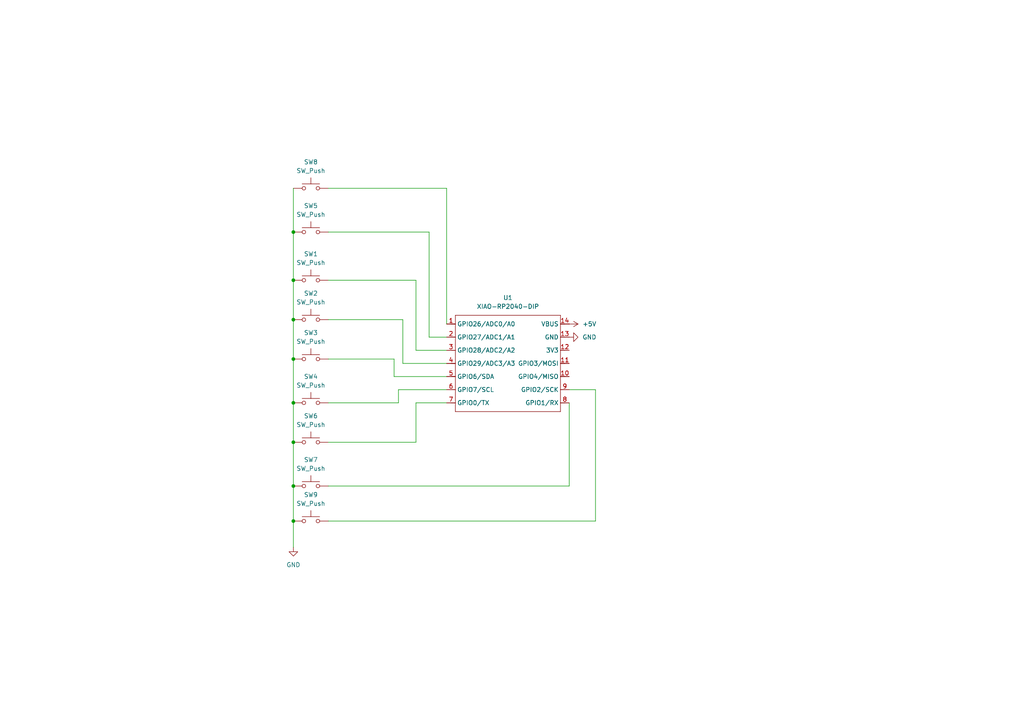
<source format=kicad_sch>
(kicad_sch (version 20250114) (generator "eeschema") (generator_version "9.0")
  (paper "A4")
  (lib_symbols
    (symbol "Seeed_Studio_XIAO_Series:XIAO-RP2040-DIP"
      (property "Reference" "U" (at 0 0 0))
      (property "Value" "XIAO-RP2040-DIP" (at 5.334 -1.778 0))
      (symbol "XIAO-RP2040-DIP_1_0"
        (polyline (pts (xy -1.27 -2.54) (xy 29.21 -2.54)) (stroke (width 0.1524)))
        (polyline (pts (xy -1.27 -5.08) (xy -2.54 -5.08)) (stroke (width 0.1524)))
        (polyline (pts (xy -1.27 -5.08) (xy -1.27 -2.54)) (stroke (width 0.1524)))
        (polyline (pts (xy -1.27 -8.89) (xy -2.54 -8.89)) (stroke (width 0.1524)))
        (polyline (pts (xy -1.27 -8.89) (xy -1.27 -5.08)) (stroke (width 0.1524)))
        (polyline (pts (xy -1.27 -12.7) (xy -2.54 -12.7)) (stroke (width 0.1524)))
        (polyline (pts (xy -1.27 -12.7) (xy -1.27 -8.89)) (stroke (width 0.1524)))
        (polyline (pts (xy -1.27 -16.51) (xy -2.54 -16.51)) (stroke (width 0.1524)))
        (polyline (pts (xy -1.27 -16.51) (xy -1.27 -12.7)) (stroke (width 0.1524)))
        (polyline (pts (xy -1.27 -20.32) (xy -2.54 -20.32)) (stroke (width 0.1524)))
        (polyline (pts (xy -1.27 -24.13) (xy -2.54 -24.13)) (stroke (width 0.1524)))
        (polyline (pts (xy -1.27 -27.94) (xy -2.54 -27.94)) (stroke (width 0.1524)))
        (polyline (pts (xy -1.27 -30.48) (xy -1.27 -16.51)) (stroke (width 0.1524)))
        (polyline (pts (xy 29.21 -2.54) (xy 29.21 -5.08)) (stroke (width 0.1524)))
        (polyline (pts (xy 29.21 -5.08) (xy 29.21 -8.89)) (stroke (width 0.1524)))
        (polyline (pts (xy 29.21 -8.89) (xy 29.21 -12.7)) (stroke (width 0.1524)))
        (polyline (pts (xy 29.21 -12.7) (xy 29.21 -30.48)) (stroke (width 0.1524)))
        (polyline (pts (xy 29.21 -30.48) (xy -1.27 -30.48)) (stroke (width 0.1524)))
        (polyline (pts (xy 30.48 -5.08) (xy 29.21 -5.08)) (stroke (width 0.1524)))
        (polyline (pts (xy 30.48 -8.89) (xy 29.21 -8.89)) (stroke (width 0.1524)))
        (polyline (pts (xy 30.48 -12.7) (xy 29.21 -12.7)) (stroke (width 0.1524)))
        (polyline (pts (xy 30.48 -16.51) (xy 29.21 -16.51)) (stroke (width 0.1524)))
        (polyline (pts (xy 30.48 -20.32) (xy 29.21 -20.32)) (stroke (width 0.1524)))
        (polyline (pts (xy 30.48 -24.13) (xy 29.21 -24.13)) (stroke (width 0.1524)))
        (polyline (pts (xy 30.48 -27.94) (xy 29.21 -27.94)) (stroke (width 0.1524)))
        (pin passive line (at -3.81 -5.08 0) (length 2.54) (name "GPIO26/ADC0/A0") (number "1"))
        (pin passive line (at -3.81 -8.89 0) (length 2.54) (name "GPIO27/ADC1/A1") (number "2"))
        (pin passive line (at -3.81 -12.7 0) (length 2.54) (name "GPIO28/ADC2/A2") (number "3"))
        (pin passive line (at -3.81 -16.51 0) (length 2.54) (name "GPIO29/ADC3/A3") (number "4"))
        (pin passive line (at -3.81 -20.32 0) (length 2.54) (name "GPIO6/SDA") (number "5"))
        (pin passive line (at -3.81 -24.13 0) (length 2.54) (name "GPIO7/SCL") (number "6"))
        (pin passive line (at -3.81 -27.94 0) (length 2.54) (name "GPIO0/TX") (number "7"))
        (pin passive line (at 31.75 -5.08 180) (length 2.54) (name "VBUS") (number "14"))
        (pin passive line (at 31.75 -8.89 180) (length 2.54) (name "GND") (number "13"))
        (pin passive line (at 31.75 -12.7 180) (length 2.54) (name "3V3") (number "12"))
        (pin passive line (at 31.75 -16.51 180) (length 2.54) (name "GPIO3/MOSI") (number "11"))
        (pin passive line (at 31.75 -20.32 180) (length 2.54) (name "GPIO4/MISO") (number "10"))
        (pin passive line (at 31.75 -24.13 180) (length 2.54) (name "GPIO2/SCK") (number "9"))
        (pin passive line (at 31.75 -27.94 180) (length 2.54) (name "GPIO1/RX") (number "8"))
      )
    )
    (symbol "Switch:SW_Push" (pin_numbers (hide yes)) (pin_names (offset 1.016) (hide yes))
      (property "Reference" "SW" (at 1.27 2.54 0))
      (property "Value" "SW_Push" (at 0 -1.524 0))
      (symbol "SW_Push_0_1"
        (circle (center -2.032 0) (radius 0.508))
        (polyline (pts (xy 0 1.27) (xy 0 3.048)))
        (circle (center 2.032 0) (radius 0.508))
        (polyline (pts (xy 2.54 1.27) (xy -2.54 1.27)))
        (pin passive line (at -5.08 0 0) (length 2.54) (name "1") (number "1"))
        (pin passive line (at 5.08 0 180) (length 2.54) (name "2") (number "2"))
      )
    )
    (symbol "power:+5V" (power) (pin_numbers (hide yes)) (pin_names (offset 0) (hide yes))
      (property "Value" "+5V" (at 0 3.556 0))
      (symbol "+5V_0_1"
        (polyline (pts (xy -0.762 1.27) (xy 0 2.54)))
        (polyline (pts (xy 0 2.54) (xy 0.762 1.27)))
        (polyline (pts (xy 0 0) (xy 0 2.54)))
      )
      (symbol "+5V_1_1"
        (pin power_in line (at 0 0 90) (length 0) (name "~") (number "1"))
      )
    )
    (symbol "power:GND" (power) (pin_numbers (hide yes)) (pin_names (offset 0) (hide yes))
      (property "Value" "GND" (at 0 -3.81 0))
      (symbol "GND_0_1"
        (polyline (pts (xy 0 0) (xy 0 -1.27) (xy 1.27 -1.27) (xy 0 -2.54) (xy -1.27 -1.27) (xy 0 -1.27)))
      )
      (symbol "GND_1_1"
        (pin power_in line (at 0 0 270) (length 0) (name "~") (number "1"))
      )
    )
  )
  (junction (at 85.09 128.27))
  (junction (at 85.09 140.97))
  (junction (at 85.09 104.14))
  (junction (at 85.09 67.31))
  (junction (at 85.09 81.28))
  (junction (at 85.09 92.71))
  (junction (at 85.09 116.84))
  (junction (at 85.09 151.13))
  (wire (pts (xy 115.57 116.84) (xy 115.57 113.03)))
  (wire (pts (xy 85.09 151.13) (xy 85.09 158.75)))
  (wire (pts (xy 172.72 113.03) (xy 165.1 113.03)))
  (wire (pts (xy 95.25 54.61) (xy 129.54 54.61)))
  (wire (pts (xy 85.09 104.14) (xy 85.09 116.84)))
  (wire (pts (xy 172.72 151.13) (xy 172.72 113.03)))
  (wire (pts (xy 116.84 92.71) (xy 116.84 105.41)))
  (wire (pts (xy 85.09 128.27) (xy 85.09 140.97)))
  (wire (pts (xy 95.25 151.13) (xy 172.72 151.13)))
  (wire (pts (xy 85.09 92.71) (xy 85.09 104.14)))
  (wire (pts (xy 120.65 128.27) (xy 120.65 116.84)))
  (wire (pts (xy 116.84 105.41) (xy 129.54 105.41)))
  (wire (pts (xy 95.25 116.84) (xy 115.57 116.84)))
  (wire (pts (xy 95.25 92.71) (xy 116.84 92.71)))
  (wire (pts (xy 95.25 104.14) (xy 114.3 104.14)))
  (wire (pts (xy 85.09 67.31) (xy 85.09 81.28)))
  (wire (pts (xy 85.09 140.97) (xy 85.09 151.13)))
  (wire (pts (xy 85.09 54.61) (xy 85.09 67.31)))
  (wire (pts (xy 124.46 67.31) (xy 124.46 97.79)))
  (wire (pts (xy 114.3 109.22) (xy 129.54 109.22)))
  (wire (pts (xy 85.09 116.84) (xy 85.09 128.27)))
  (wire (pts (xy 165.1 140.97) (xy 165.1 116.84)))
  (wire (pts (xy 120.65 101.6) (xy 129.54 101.6)))
  (wire (pts (xy 124.46 97.79) (xy 129.54 97.79)))
  (wire (pts (xy 120.65 81.28) (xy 120.65 101.6)))
  (wire (pts (xy 114.3 104.14) (xy 114.3 109.22)))
  (wire (pts (xy 95.25 67.31) (xy 124.46 67.31)))
  (wire (pts (xy 115.57 113.03) (xy 129.54 113.03)))
  (wire (pts (xy 85.09 81.28) (xy 85.09 92.71)))
  (wire (pts (xy 95.25 81.28) (xy 120.65 81.28)))
  (wire (pts (xy 95.25 128.27) (xy 120.65 128.27)))
  (wire (pts (xy 129.54 54.61) (xy 129.54 93.98)))
  (wire (pts (xy 95.25 140.97) (xy 165.1 140.97)))
  (wire (pts (xy 120.65 116.84) (xy 129.54 116.84)))
  (symbol (lib_id "Switch:SW_Push") (at 90.17 92.71 0) (unit 1)
    (property "Reference" "SW2" (at 90.17 85.09 0))
    (property "Value" "SW_Push" (at 90.17 87.63 0))
    (property "Footprint" "Button_Switch_Keyboard:SW_Cherry_MX_1.00u_PCB" (effects (hide yes)))
    (property "Description" "Push button switch, generic, two pins" (effects (hide yes)))
  )
  (symbol (lib_id "Switch:SW_Push") (at 90.17 140.97 0) (unit 1)
    (property "Reference" "SW7" (at 90.17 133.35 0))
    (property "Value" "SW_Push" (at 90.17 135.89 0))
    (property "Footprint" "Button_Switch_Keyboard:SW_Cherry_MX_1.00u_PCB" (effects (hide yes)))
    (property "Description" "Push button switch, generic, two pins" (effects (hide yes)))
  )
  (symbol (lib_id "power:+5V") (at 165.1 93.98 270) (unit 1)
    (property "Reference" "#PWR02" (effects (hide yes)))
    (property "Value" "+5V" (at 168.91 93.9799 90) (effects (justify left)))
    (property "Description" "Power symbol creates a global label with name \"+5V\"" (effects (hide yes)))
  )
  (symbol (lib_id "Switch:SW_Push") (at 90.17 67.31 0) (unit 1)
    (property "Reference" "SW5" (at 90.17 59.69 0))
    (property "Value" "SW_Push" (at 90.17 62.23 0))
    (property "Footprint" "Button_Switch_Keyboard:SW_Cherry_MX_1.00u_PCB" (effects (hide yes)))
    (property "Description" "Push button switch, generic, two pins" (effects (hide yes)))
  )
  (symbol (lib_id "power:GND") (at 85.09 158.75 0) (unit 1)
    (property "Reference" "#PWR01" (effects (hide yes)))
    (property "Value" "GND" (at 85.09 163.83 0))
    (property "Description" "Power symbol creates a global label with name \"GND\" , ground" (effects (hide yes)))
  )
  (symbol (lib_id "power:GND") (at 165.1 97.79 90) (unit 1)
    (property "Reference" "#PWR03" (effects (hide yes)))
    (property "Value" "GND" (at 168.91 97.7899 90) (effects (justify right)))
    (property "Description" "Power symbol creates a global label with name \"GND\" , ground" (effects (hide yes)))
  )
  (symbol (lib_id "Switch:SW_Push") (at 90.17 151.13 0) (unit 1)
    (property "Reference" "SW9" (at 90.17 143.51 0))
    (property "Value" "SW_Push" (at 90.17 146.05 0))
    (property "Footprint" "Button_Switch_Keyboard:SW_Cherry_MX_1.00u_PCB" (effects (hide yes)))
    (property "Description" "Push button switch, generic, two pins" (effects (hide yes)))
  )
  (symbol (lib_id "Seeed_Studio_XIAO_Series:XIAO-RP2040-DIP") (at 133.35 88.9 0) (unit 1)
    (property "Reference" "U1" (at 147.32 86.36 0))
    (property "Value" "XIAO-RP2040-DIP" (at 147.32 88.9 0))
    (property "Footprint" "OPL:XIAO-RP2040-DIP" (effects (hide yes)))
  )
  (symbol (lib_id "Switch:SW_Push") (at 90.17 54.61 0) (unit 1)
    (property "Reference" "SW8" (at 90.17 46.99 0))
    (property "Value" "SW_Push" (at 90.17 49.53 0))
    (property "Footprint" "Button_Switch_Keyboard:SW_Cherry_MX_1.00u_PCB" (effects (hide yes)))
    (property "Description" "Push button switch, generic, two pins" (effects (hide yes)))
  )
  (symbol (lib_id "Switch:SW_Push") (at 90.17 128.27 0) (unit 1)
    (property "Reference" "SW6" (at 90.17 120.65 0))
    (property "Value" "SW_Push" (at 90.17 123.19 0))
    (property "Footprint" "Button_Switch_Keyboard:SW_Cherry_MX_1.00u_PCB" (effects (hide yes)))
    (property "Description" "Push button switch, generic, two pins" (effects (hide yes)))
  )
  (symbol (lib_id "Switch:SW_Push") (at 90.17 116.84 0) (unit 1)
    (property "Reference" "SW4" (at 90.17 109.22 0))
    (property "Value" "SW_Push" (at 90.17 111.76 0))
    (property "Footprint" "Button_Switch_Keyboard:SW_Cherry_MX_1.00u_PCB" (effects (hide yes)))
    (property "Description" "Push button switch, generic, two pins" (effects (hide yes)))
  )
  (symbol (lib_id "Switch:SW_Push") (at 90.17 81.28 0) (unit 1)
    (property "Reference" "SW1" (at 90.17 73.66 0))
    (property "Value" "SW_Push" (at 90.17 76.2 0))
    (property "Footprint" "Button_Switch_Keyboard:SW_Cherry_MX_1.00u_PCB" (effects (hide yes)))
    (property "Description" "Push button switch, generic, two pins" (effects (hide yes)))
  )
  (symbol (lib_id "Switch:SW_Push") (at 90.17 104.14 0) (unit 1)
    (property "Reference" "SW3" (at 90.17 96.52 0))
    (property "Value" "SW_Push" (at 90.17 99.06 0))
    (property "Footprint" "Button_Switch_Keyboard:SW_Cherry_MX_1.00u_PCB" (effects (hide yes)))
    (property "Description" "Push button switch, generic, two pins" (effects (hide yes)))
  )
)
</source>
